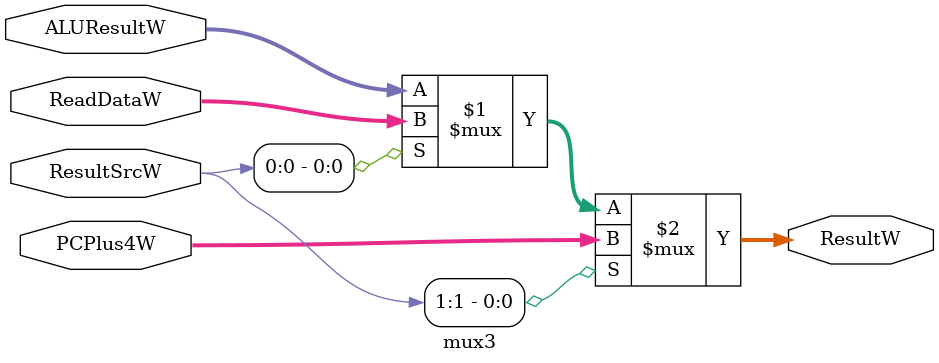
<source format=v>
module mux3 #
(
     parameter WIDTH = 8
) 
(
	input  [WIDTH-1:0] ALUResultW,
	input  [WIDTH-1:0] ReadDataW,
	input  [WIDTH-1:0] PCPlus4W,
	input  [1:0]       ResultSrcW,
	output [WIDTH-1:0] ResultW
);
	assign ResultW = ResultSrcW[1] ? PCPlus4W : (ResultSrcW[0] ? ReadDataW : ALUResultW);
endmodule

</source>
